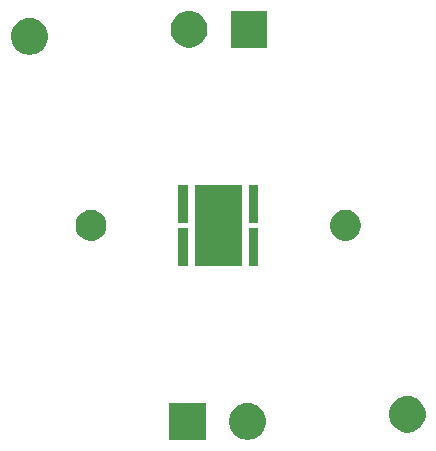
<source format=gts>
G04 #@! TF.GenerationSoftware,KiCad,Pcbnew,(5.1.0)-1*
G04 #@! TF.CreationDate,2019-08-23T17:35:28+05:30*
G04 #@! TF.ProjectId,XHP70.2_breakout_rev2,58485037-302e-4325-9f62-7265616b6f75,rev?*
G04 #@! TF.SameCoordinates,Original*
G04 #@! TF.FileFunction,Soldermask,Top*
G04 #@! TF.FilePolarity,Negative*
%FSLAX46Y46*%
G04 Gerber Fmt 4.6, Leading zero omitted, Abs format (unit mm)*
G04 Created by KiCad (PCBNEW (5.1.0)-1) date 2019-08-23 17:35:28*
%MOMM*%
%LPD*%
G04 APERTURE LIST*
%ADD10C,0.100000*%
G04 APERTURE END LIST*
D10*
G36*
X28951000Y-48151000D02*
G01*
X25849000Y-48151000D01*
X25849000Y-45049000D01*
X28951000Y-45049000D01*
X28951000Y-48151000D01*
X28951000Y-48151000D01*
G37*
G36*
X32782585Y-45078802D02*
G01*
X32932410Y-45108604D01*
X33214674Y-45225521D01*
X33468705Y-45395259D01*
X33684741Y-45611295D01*
X33854479Y-45865326D01*
X33971396Y-46147590D01*
X34031000Y-46447240D01*
X34031000Y-46752760D01*
X33971396Y-47052410D01*
X33854479Y-47334674D01*
X33684741Y-47588705D01*
X33468705Y-47804741D01*
X33214674Y-47974479D01*
X32932410Y-48091396D01*
X32782585Y-48121198D01*
X32632761Y-48151000D01*
X32327239Y-48151000D01*
X32177415Y-48121198D01*
X32027590Y-48091396D01*
X31745326Y-47974479D01*
X31491295Y-47804741D01*
X31275259Y-47588705D01*
X31105521Y-47334674D01*
X30988604Y-47052410D01*
X30929000Y-46752760D01*
X30929000Y-46447240D01*
X30988604Y-46147590D01*
X31105521Y-45865326D01*
X31275259Y-45611295D01*
X31491295Y-45395259D01*
X31745326Y-45225521D01*
X32027590Y-45108604D01*
X32177415Y-45078802D01*
X32327239Y-45049000D01*
X32632761Y-45049000D01*
X32782585Y-45078802D01*
X32782585Y-45078802D01*
G37*
G36*
X46302585Y-44478802D02*
G01*
X46452410Y-44508604D01*
X46734674Y-44625521D01*
X46988705Y-44795259D01*
X47204741Y-45011295D01*
X47374479Y-45265326D01*
X47491396Y-45547590D01*
X47551000Y-45847240D01*
X47551000Y-46152760D01*
X47491396Y-46452410D01*
X47374479Y-46734674D01*
X47204741Y-46988705D01*
X46988705Y-47204741D01*
X46734674Y-47374479D01*
X46452410Y-47491396D01*
X46302585Y-47521198D01*
X46152761Y-47551000D01*
X45847239Y-47551000D01*
X45697415Y-47521198D01*
X45547590Y-47491396D01*
X45265326Y-47374479D01*
X45011295Y-47204741D01*
X44795259Y-46988705D01*
X44625521Y-46734674D01*
X44508604Y-46452410D01*
X44449000Y-46152760D01*
X44449000Y-45847240D01*
X44508604Y-45547590D01*
X44625521Y-45265326D01*
X44795259Y-45011295D01*
X45011295Y-44795259D01*
X45265326Y-44625521D01*
X45547590Y-44508604D01*
X45697415Y-44478802D01*
X45847239Y-44449000D01*
X46152761Y-44449000D01*
X46302585Y-44478802D01*
X46302585Y-44478802D01*
G37*
G36*
X27401000Y-33431000D02*
G01*
X26599000Y-33431000D01*
X26599000Y-30199000D01*
X27401000Y-30199000D01*
X27401000Y-33431000D01*
X27401000Y-33431000D01*
G37*
G36*
X33401000Y-33431000D02*
G01*
X32599000Y-33431000D01*
X32599000Y-30199000D01*
X33401000Y-30199000D01*
X33401000Y-33431000D01*
X33401000Y-33431000D01*
G37*
G36*
X32001000Y-33431000D02*
G01*
X27999000Y-33431000D01*
X27999000Y-26569000D01*
X32001000Y-26569000D01*
X32001000Y-33431000D01*
X32001000Y-33431000D01*
G37*
G36*
X41154487Y-28748996D02*
G01*
X41391253Y-28847068D01*
X41391255Y-28847069D01*
X41604339Y-28989447D01*
X41785553Y-29170661D01*
X41927932Y-29383747D01*
X42026004Y-29620513D01*
X42076000Y-29871861D01*
X42076000Y-30128139D01*
X42026004Y-30379487D01*
X41927932Y-30616253D01*
X41927931Y-30616255D01*
X41785553Y-30829339D01*
X41604339Y-31010553D01*
X41391255Y-31152931D01*
X41391254Y-31152932D01*
X41391253Y-31152932D01*
X41154487Y-31251004D01*
X40903139Y-31301000D01*
X40646861Y-31301000D01*
X40395513Y-31251004D01*
X40158747Y-31152932D01*
X40158746Y-31152932D01*
X40158745Y-31152931D01*
X39945661Y-31010553D01*
X39764447Y-30829339D01*
X39622069Y-30616255D01*
X39622068Y-30616253D01*
X39523996Y-30379487D01*
X39474000Y-30128139D01*
X39474000Y-29871861D01*
X39523996Y-29620513D01*
X39622068Y-29383747D01*
X39764447Y-29170661D01*
X39945661Y-28989447D01*
X40158745Y-28847069D01*
X40158747Y-28847068D01*
X40395513Y-28748996D01*
X40646861Y-28699000D01*
X40903139Y-28699000D01*
X41154487Y-28748996D01*
X41154487Y-28748996D01*
G37*
G36*
X19604487Y-28748996D02*
G01*
X19841253Y-28847068D01*
X19841255Y-28847069D01*
X20054339Y-28989447D01*
X20235553Y-29170661D01*
X20377932Y-29383747D01*
X20476004Y-29620513D01*
X20526000Y-29871861D01*
X20526000Y-30128139D01*
X20476004Y-30379487D01*
X20377932Y-30616253D01*
X20377931Y-30616255D01*
X20235553Y-30829339D01*
X20054339Y-31010553D01*
X19841255Y-31152931D01*
X19841254Y-31152932D01*
X19841253Y-31152932D01*
X19604487Y-31251004D01*
X19353139Y-31301000D01*
X19096861Y-31301000D01*
X18845513Y-31251004D01*
X18608747Y-31152932D01*
X18608746Y-31152932D01*
X18608745Y-31152931D01*
X18395661Y-31010553D01*
X18214447Y-30829339D01*
X18072069Y-30616255D01*
X18072068Y-30616253D01*
X17973996Y-30379487D01*
X17924000Y-30128139D01*
X17924000Y-29871861D01*
X17973996Y-29620513D01*
X18072068Y-29383747D01*
X18214447Y-29170661D01*
X18395661Y-28989447D01*
X18608745Y-28847069D01*
X18608747Y-28847068D01*
X18845513Y-28748996D01*
X19096861Y-28699000D01*
X19353139Y-28699000D01*
X19604487Y-28748996D01*
X19604487Y-28748996D01*
G37*
G36*
X27401000Y-29801000D02*
G01*
X26599000Y-29801000D01*
X26599000Y-26569000D01*
X27401000Y-26569000D01*
X27401000Y-29801000D01*
X27401000Y-29801000D01*
G37*
G36*
X33401000Y-29801000D02*
G01*
X32599000Y-29801000D01*
X32599000Y-26569000D01*
X33401000Y-26569000D01*
X33401000Y-29801000D01*
X33401000Y-29801000D01*
G37*
G36*
X14302585Y-12478802D02*
G01*
X14452410Y-12508604D01*
X14734674Y-12625521D01*
X14988705Y-12795259D01*
X15204741Y-13011295D01*
X15374479Y-13265326D01*
X15491396Y-13547590D01*
X15551000Y-13847240D01*
X15551000Y-14152760D01*
X15491396Y-14452410D01*
X15374479Y-14734674D01*
X15204741Y-14988705D01*
X14988705Y-15204741D01*
X14734674Y-15374479D01*
X14452410Y-15491396D01*
X14302585Y-15521198D01*
X14152761Y-15551000D01*
X13847239Y-15551000D01*
X13697415Y-15521198D01*
X13547590Y-15491396D01*
X13265326Y-15374479D01*
X13011295Y-15204741D01*
X12795259Y-14988705D01*
X12625521Y-14734674D01*
X12508604Y-14452410D01*
X12449000Y-14152760D01*
X12449000Y-13847240D01*
X12508604Y-13547590D01*
X12625521Y-13265326D01*
X12795259Y-13011295D01*
X13011295Y-12795259D01*
X13265326Y-12625521D01*
X13547590Y-12508604D01*
X13697415Y-12478802D01*
X13847239Y-12449000D01*
X14152761Y-12449000D01*
X14302585Y-12478802D01*
X14302585Y-12478802D01*
G37*
G36*
X27822585Y-11878802D02*
G01*
X27972410Y-11908604D01*
X28254674Y-12025521D01*
X28508705Y-12195259D01*
X28724741Y-12411295D01*
X28894479Y-12665326D01*
X29011396Y-12947590D01*
X29071000Y-13247240D01*
X29071000Y-13552760D01*
X29011396Y-13852410D01*
X28894479Y-14134674D01*
X28724741Y-14388705D01*
X28508705Y-14604741D01*
X28254674Y-14774479D01*
X27972410Y-14891396D01*
X27822585Y-14921198D01*
X27672761Y-14951000D01*
X27367239Y-14951000D01*
X27217415Y-14921198D01*
X27067590Y-14891396D01*
X26785326Y-14774479D01*
X26531295Y-14604741D01*
X26315259Y-14388705D01*
X26145521Y-14134674D01*
X26028604Y-13852410D01*
X25969000Y-13552760D01*
X25969000Y-13247240D01*
X26028604Y-12947590D01*
X26145521Y-12665326D01*
X26315259Y-12411295D01*
X26531295Y-12195259D01*
X26785326Y-12025521D01*
X27067590Y-11908604D01*
X27217415Y-11878802D01*
X27367239Y-11849000D01*
X27672761Y-11849000D01*
X27822585Y-11878802D01*
X27822585Y-11878802D01*
G37*
G36*
X34151000Y-14951000D02*
G01*
X31049000Y-14951000D01*
X31049000Y-11849000D01*
X34151000Y-11849000D01*
X34151000Y-14951000D01*
X34151000Y-14951000D01*
G37*
M02*

</source>
